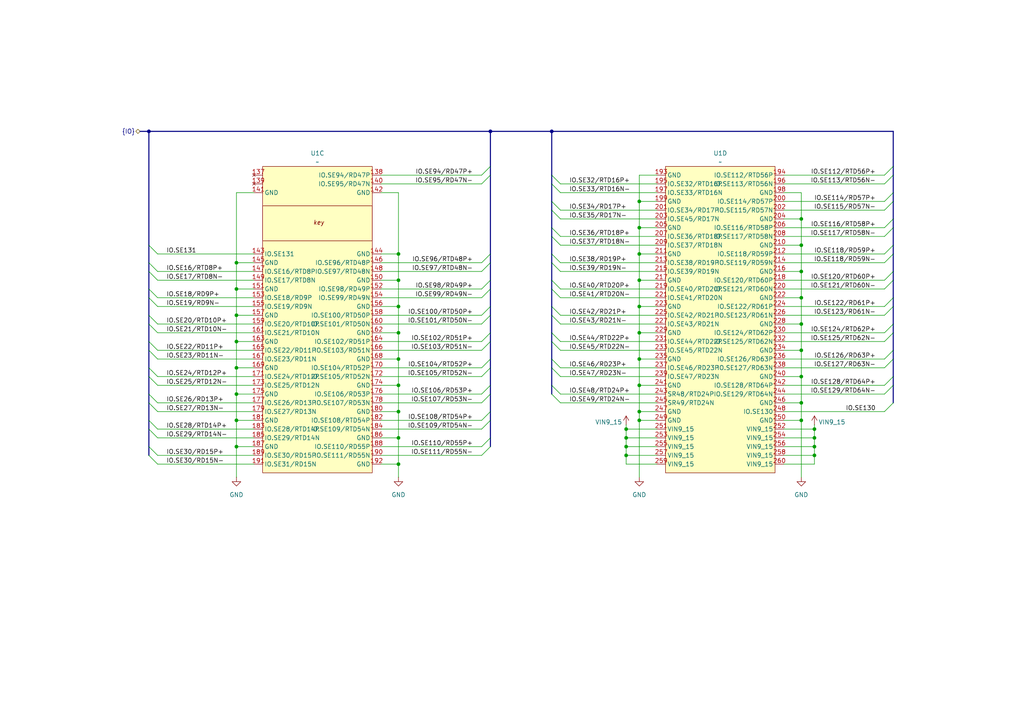
<source format=kicad_sch>
(kicad_sch (version 20231120) (generator "eeschema") (generator_version "8.0")
  (paper "A4")
  (title_block (title "${Project Designation}") (date "2024-06-30") (rev "${Revision}") (comment 1 "${Project Title}") (comment 2 "IO CONNECTOR") (comment 3 "${Part Number}"))
  (junction (at 232.41 101.6))
  (junction (at 115.57 73.66))
  (junction (at 115.57 81.28))
  (junction (at 232.41 63.5))
  (junction (at 185.42 73.66))
  (junction (at 181.61 132.08))
  (junction (at 185.42 96.52))
  (junction (at 68.58 114.3))
  (junction (at 115.57 111.76))
  (junction (at 236.22 129.54))
  (junction (at 185.42 121.92))
  (junction (at 68.58 76.2))
  (junction (at 115.57 96.52))
  (junction (at 185.42 111.76))
  (junction (at 232.41 109.22))
  (junction (at 236.22 132.08))
  (junction (at 68.58 129.54))
  (junction (at 181.61 129.54))
  (junction (at 232.41 121.92))
  (junction (at 232.41 86.36))
  (junction (at 185.42 88.9))
  (junction (at 68.58 91.44))
  (junction (at 232.41 78.74))
  (junction (at 236.22 124.46))
  (junction (at 115.57 119.38))
  (junction (at 68.58 83.82))
  (junction (at 185.42 119.38))
  (junction (at 142.24 38.1))
  (junction (at 181.61 127))
  (junction (at 185.42 58.42))
  (junction (at 160.02 38.1))
  (junction (at 43.18 38.1))
  (junction (at 68.58 99.06))
  (junction (at 185.42 104.14))
  (junction (at 115.57 104.14))
  (junction (at 115.57 88.9))
  (junction (at 68.58 106.68))
  (junction (at 185.42 81.28))
  (junction (at 236.22 127))
  (junction (at 232.41 71.12))
  (junction (at 115.57 127))
  (junction (at 181.61 124.46))
  (junction (at 185.42 66.04))
  (junction (at 232.41 93.98))
  (junction (at 115.57 134.62))
  (junction (at 68.58 121.92))
  (junction (at 232.41 116.84))
  (bus_entry (at 142.24 127) (size -2.54 2.54))
  (bus_entry (at 142.24 121.92) (size -2.54 2.54))
  (bus_entry (at 160.02 111.76) (size 2.54 2.54))
  (bus_entry (at 43.18 71.12) (size 2.54 2.54))
  (bus_entry (at 160.02 114.3) (size 2.54 2.54))
  (bus_entry (at 259.08 71.12) (size -2.54 2.54))
  (bus_entry (at 142.24 129.54) (size -2.54 2.54))
  (bus_entry (at 142.24 88.9) (size -2.54 2.54))
  (bus_entry (at 160.02 99.06) (size 2.54 2.54))
  (bus_entry (at 43.18 78.74) (size 2.54 2.54))
  (bus_entry (at 142.24 99.06) (size -2.54 2.54))
  (bus_entry (at 43.18 91.44) (size 2.54 2.54))
  (bus_entry (at 142.24 76.2) (size -2.54 2.54))
  (bus_entry (at 43.18 109.22) (size 2.54 2.54))
  (bus_entry (at 142.24 106.68) (size -2.54 2.54))
  (bus_entry (at 259.08 55.88) (size -2.54 2.54))
  (bus_entry (at 142.24 48.26) (size -2.54 2.54))
  (bus_entry (at 43.18 114.3) (size 2.54 2.54))
  (bus_entry (at 160.02 50.8) (size 2.54 2.54))
  (bus_entry (at 160.02 88.9) (size 2.54 2.54))
  (bus_entry (at 160.02 66.04) (size 2.54 2.54))
  (bus_entry (at 160.02 53.34) (size 2.54 2.54))
  (bus_entry (at 259.08 111.76) (size -2.54 2.54))
  (bus_entry (at 43.18 132.08) (size 2.54 2.54))
  (bus_entry (at 259.08 81.28) (size -2.54 2.54))
  (bus_entry (at 142.24 114.3) (size -2.54 2.54))
  (bus_entry (at 259.08 66.04) (size -2.54 2.54))
  (bus_entry (at 160.02 73.66) (size 2.54 2.54))
  (bus_entry (at 43.18 101.6) (size 2.54 2.54))
  (bus_entry (at 259.08 63.5) (size -2.54 2.54))
  (bus_entry (at 160.02 68.58) (size 2.54 2.54))
  (bus_entry (at 43.18 124.46) (size 2.54 2.54))
  (bus_entry (at 43.18 93.98) (size 2.54 2.54))
  (bus_entry (at 142.24 81.28) (size -2.54 2.54))
  (bus_entry (at 160.02 91.44) (size 2.54 2.54))
  (bus_entry (at 259.08 50.8) (size -2.54 2.54))
  (bus_entry (at 43.18 76.2) (size 2.54 2.54))
  (bus_entry (at 142.24 104.14) (size -2.54 2.54))
  (bus_entry (at 142.24 83.82) (size -2.54 2.54))
  (bus_entry (at 142.24 91.44) (size -2.54 2.54))
  (bus_entry (at 160.02 83.82) (size 2.54 2.54))
  (bus_entry (at 142.24 111.76) (size -2.54 2.54))
  (bus_entry (at 142.24 73.66) (size -2.54 2.54))
  (bus_entry (at 259.08 58.42) (size -2.54 2.54))
  (bus_entry (at 43.18 129.54) (size 2.54 2.54))
  (bus_entry (at 43.18 116.84) (size 2.54 2.54))
  (bus_entry (at 259.08 109.22) (size -2.54 2.54))
  (bus_entry (at 259.08 101.6) (size -2.54 2.54))
  (bus_entry (at 160.02 81.28) (size 2.54 2.54))
  (bus_entry (at 259.08 93.98) (size -2.54 2.54))
  (bus_entry (at 259.08 48.26) (size -2.54 2.54))
  (bus_entry (at 259.08 96.52) (size -2.54 2.54))
  (bus_entry (at 160.02 60.96) (size 2.54 2.54))
  (bus_entry (at 142.24 119.38) (size -2.54 2.54))
  (bus_entry (at 142.24 50.8) (size -2.54 2.54))
  (bus_entry (at 160.02 58.42) (size 2.54 2.54))
  (bus_entry (at 43.18 99.06) (size 2.54 2.54))
  (bus_entry (at 259.08 86.36) (size -2.54 2.54))
  (bus_entry (at 43.18 121.92) (size 2.54 2.54))
  (bus_entry (at 160.02 96.52) (size 2.54 2.54))
  (bus_entry (at 160.02 106.68) (size 2.54 2.54))
  (bus_entry (at 160.02 104.14) (size 2.54 2.54))
  (bus_entry (at 259.08 73.66) (size -2.54 2.54))
  (bus_entry (at 259.08 116.84) (size -2.54 2.54))
  (bus_entry (at 43.18 86.36) (size 2.54 2.54))
  (bus_entry (at 259.08 88.9) (size -2.54 2.54))
  (bus_entry (at 160.02 76.2) (size 2.54 2.54))
  (bus_entry (at 43.18 106.68) (size 2.54 2.54))
  (bus_entry (at 259.08 78.74) (size -2.54 2.54))
  (bus_entry (at 259.08 104.14) (size -2.54 2.54))
  (bus_entry (at 43.18 83.82) (size 2.54 2.54))
  (bus_entry (at 142.24 96.52) (size -2.54 2.54))
  (wire (pts (xy 232.41 138.43) (xy 232.41 121.92)))
  (wire (pts (xy 232.41 116.84) (xy 232.41 109.22)))
  (wire (pts (xy 110.49 73.66) (xy 115.57 73.66)))
  (bus (pts (xy 43.18 76.2) (xy 43.18 71.12)))
  (bus (pts (xy 160.02 104.14) (xy 160.02 99.06)))
  (wire (pts (xy 227.33 114.3) (xy 256.54 114.3)))
  (wire (pts (xy 232.41 55.88) (xy 227.33 55.88)))
  (bus (pts (xy 160.02 111.76) (xy 160.02 106.68)))
  (bus (pts (xy 142.24 88.9) (xy 142.24 83.82)))
  (wire (pts (xy 227.33 68.58) (xy 256.54 68.58)))
  (bus (pts (xy 160.02 114.3) (xy 160.02 111.76)))
  (wire (pts (xy 227.33 73.66) (xy 256.54 73.66)))
  (wire (pts (xy 232.41 78.74) (xy 232.41 71.12)))
  (wire (pts (xy 232.41 93.98) (xy 232.41 86.36)))
  (bus (pts (xy 142.24 114.3) (xy 142.24 111.76)))
  (wire (pts (xy 110.49 50.8) (xy 139.7 50.8)))
  (wire (pts (xy 185.42 88.9) (xy 185.42 96.52)))
  (bus (pts (xy 43.18 38.1) (xy 142.24 38.1)))
  (wire (pts (xy 45.72 104.14) (xy 73.66 104.14)))
  (bus (pts (xy 43.18 114.3) (xy 43.18 109.22)))
  (wire (pts (xy 68.58 129.54) (xy 73.66 129.54)))
  (bus (pts (xy 259.08 101.6) (xy 259.08 96.52)))
  (bus (pts (xy 142.24 38.1) (xy 160.02 38.1)))
  (bus (pts (xy 43.18 91.44) (xy 43.18 86.36)))
  (bus (pts (xy 259.08 81.28) (xy 259.08 78.74)))
  (wire (pts (xy 110.49 76.2) (xy 139.7 76.2)))
  (wire (pts (xy 68.58 83.82) (xy 68.58 76.2)))
  (bus (pts (xy 43.18 116.84) (xy 43.18 114.3)))
  (wire (pts (xy 190.5 134.62) (xy 181.61 134.62)))
  (wire (pts (xy 68.58 99.06) (xy 73.66 99.06)))
  (wire (pts (xy 45.72 119.38) (xy 73.66 119.38)))
  (wire (pts (xy 227.33 83.82) (xy 256.54 83.82)))
  (bus (pts (xy 142.24 76.2) (xy 142.24 73.66)))
  (wire (pts (xy 227.33 129.54) (xy 236.22 129.54)))
  (bus (pts (xy 160.02 68.58) (xy 160.02 66.04)))
  (wire (pts (xy 185.42 58.42) (xy 190.5 58.42)))
  (wire (pts (xy 68.58 121.92) (xy 68.58 114.3)))
  (wire (pts (xy 232.41 121.92) (xy 232.41 116.84)))
  (wire (pts (xy 227.33 66.04) (xy 256.54 66.04)))
  (wire (pts (xy 45.72 93.98) (xy 73.66 93.98)))
  (wire (pts (xy 227.33 96.52) (xy 256.54 96.52)))
  (wire (pts (xy 162.56 99.06) (xy 190.5 99.06)))
  (wire (pts (xy 68.58 106.68) (xy 73.66 106.68)))
  (bus (pts (xy 40.64 38.1) (xy 43.18 38.1)))
  (wire (pts (xy 162.56 76.2) (xy 190.5 76.2)))
  (bus (pts (xy 142.24 104.14) (xy 142.24 99.06)))
  (bus (pts (xy 43.18 71.12) (xy 43.18 38.1)))
  (bus (pts (xy 259.08 109.22) (xy 259.08 104.14)))
  (wire (pts (xy 227.33 78.74) (xy 232.41 78.74)))
  (wire (pts (xy 68.58 91.44) (xy 73.66 91.44)))
  (wire (pts (xy 236.22 132.08) (xy 236.22 129.54)))
  (bus (pts (xy 259.08 63.5) (xy 259.08 58.42)))
  (wire (pts (xy 162.56 93.98) (xy 190.5 93.98)))
  (wire (pts (xy 110.49 134.62) (xy 115.57 134.62)))
  (bus (pts (xy 43.18 78.74) (xy 43.18 76.2)))
  (wire (pts (xy 227.33 121.92) (xy 232.41 121.92)))
  (wire (pts (xy 110.49 99.06) (xy 139.7 99.06)))
  (wire (pts (xy 110.49 127) (xy 115.57 127)))
  (wire (pts (xy 110.49 129.54) (xy 139.7 129.54)))
  (wire (pts (xy 162.56 83.82) (xy 190.5 83.82)))
  (wire (pts (xy 110.49 106.68) (xy 139.7 106.68)))
  (wire (pts (xy 45.72 127) (xy 73.66 127)))
  (wire (pts (xy 68.58 138.43) (xy 68.58 129.54)))
  (bus (pts (xy 142.24 73.66) (xy 142.24 50.8)))
  (wire (pts (xy 185.42 96.52) (xy 185.42 104.14)))
  (wire (pts (xy 45.72 132.08) (xy 73.66 132.08)))
  (bus (pts (xy 43.18 106.68) (xy 43.18 101.6)))
  (bus (pts (xy 160.02 96.52) (xy 160.02 91.44)))
  (bus (pts (xy 142.24 91.44) (xy 142.24 88.9)))
  (wire (pts (xy 115.57 134.62) (xy 115.57 138.43)))
  (wire (pts (xy 162.56 60.96) (xy 190.5 60.96)))
  (wire (pts (xy 115.57 96.52) (xy 115.57 104.14)))
  (bus (pts (xy 160.02 88.9) (xy 160.02 83.82)))
  (wire (pts (xy 68.58 76.2) (xy 73.66 76.2)))
  (wire (pts (xy 110.49 121.92) (xy 139.7 121.92)))
  (bus (pts (xy 259.08 96.52) (xy 259.08 93.98)))
  (wire (pts (xy 227.33 127) (xy 236.22 127)))
  (wire (pts (xy 68.58 83.82) (xy 73.66 83.82)))
  (bus (pts (xy 259.08 86.36) (xy 259.08 81.28)))
  (bus (pts (xy 259.08 78.74) (xy 259.08 73.66)))
  (wire (pts (xy 110.49 132.08) (xy 139.7 132.08)))
  (wire (pts (xy 181.61 132.08) (xy 190.5 132.08)))
  (wire (pts (xy 227.33 93.98) (xy 232.41 93.98)))
  (wire (pts (xy 227.33 63.5) (xy 232.41 63.5)))
  (wire (pts (xy 45.72 96.52) (xy 73.66 96.52)))
  (wire (pts (xy 45.72 134.62) (xy 73.66 134.62)))
  (bus (pts (xy 43.18 132.08) (xy 43.18 129.54)))
  (wire (pts (xy 185.42 66.04) (xy 185.42 73.66)))
  (wire (pts (xy 236.22 129.54) (xy 236.22 127)))
  (bus (pts (xy 160.02 50.8) (xy 160.02 38.1)))
  (wire (pts (xy 227.33 134.62) (xy 236.22 134.62)))
  (wire (pts (xy 227.33 76.2) (xy 256.54 76.2)))
  (wire (pts (xy 227.33 101.6) (xy 232.41 101.6)))
  (wire (pts (xy 110.49 53.34) (xy 139.7 53.34)))
  (wire (pts (xy 68.58 106.68) (xy 68.58 99.06)))
  (wire (pts (xy 227.33 86.36) (xy 232.41 86.36)))
  (wire (pts (xy 45.72 101.6) (xy 73.66 101.6)))
  (wire (pts (xy 227.33 119.38) (xy 256.54 119.38)))
  (wire (pts (xy 110.49 55.88) (xy 115.57 55.88)))
  (bus (pts (xy 43.18 129.54) (xy 43.18 124.46)))
  (wire (pts (xy 227.33 104.14) (xy 256.54 104.14)))
  (wire (pts (xy 115.57 88.9) (xy 115.57 96.52)))
  (wire (pts (xy 227.33 99.06) (xy 256.54 99.06)))
  (wire (pts (xy 181.61 129.54) (xy 181.61 127)))
  (wire (pts (xy 227.33 109.22) (xy 232.41 109.22)))
  (bus (pts (xy 259.08 88.9) (xy 259.08 86.36)))
  (wire (pts (xy 110.49 101.6) (xy 139.7 101.6)))
  (wire (pts (xy 227.33 53.34) (xy 256.54 53.34)))
  (wire (pts (xy 162.56 53.34) (xy 190.5 53.34)))
  (wire (pts (xy 162.56 114.3) (xy 190.5 114.3)))
  (wire (pts (xy 45.72 111.76) (xy 73.66 111.76)))
  (wire (pts (xy 162.56 55.88) (xy 190.5 55.88)))
  (wire (pts (xy 227.33 81.28) (xy 256.54 81.28)))
  (bus (pts (xy 142.24 127) (xy 142.24 121.92)))
  (wire (pts (xy 110.49 86.36) (xy 139.7 86.36)))
  (wire (pts (xy 45.72 88.9) (xy 73.66 88.9)))
  (wire (pts (xy 115.57 81.28) (xy 115.57 88.9)))
  (wire (pts (xy 236.22 127) (xy 236.22 124.46)))
  (wire (pts (xy 185.42 96.52) (xy 190.5 96.52)))
  (wire (pts (xy 181.61 134.62) (xy 181.61 132.08)))
  (wire (pts (xy 68.58 121.92) (xy 73.66 121.92)))
  (wire (pts (xy 162.56 91.44) (xy 190.5 91.44)))
  (wire (pts (xy 45.72 73.66) (xy 73.66 73.66)))
  (wire (pts (xy 232.41 63.5) (xy 232.41 55.88)))
  (bus (pts (xy 142.24 106.68) (xy 142.24 104.14)))
  (wire (pts (xy 162.56 63.5) (xy 190.5 63.5)))
  (wire (pts (xy 162.56 116.84) (xy 190.5 116.84)))
  (wire (pts (xy 110.49 124.46) (xy 139.7 124.46)))
  (wire (pts (xy 68.58 55.88) (xy 73.66 55.88)))
  (bus (pts (xy 160.02 60.96) (xy 160.02 58.42)))
  (wire (pts (xy 185.42 66.04) (xy 190.5 66.04)))
  (bus (pts (xy 160.02 38.1) (xy 259.08 38.1)))
  (wire (pts (xy 185.42 50.8) (xy 185.42 58.42)))
  (wire (pts (xy 110.49 96.52) (xy 115.57 96.52)))
  (wire (pts (xy 227.33 116.84) (xy 232.41 116.84)))
  (bus (pts (xy 160.02 73.66) (xy 160.02 68.58)))
  (bus (pts (xy 259.08 116.84) (xy 259.08 111.76)))
  (wire (pts (xy 68.58 114.3) (xy 73.66 114.3)))
  (bus (pts (xy 160.02 76.2) (xy 160.02 73.66)))
  (wire (pts (xy 232.41 71.12) (xy 232.41 63.5)))
  (bus (pts (xy 160.02 106.68) (xy 160.02 104.14)))
  (bus (pts (xy 142.24 129.54) (xy 142.24 127)))
  (bus (pts (xy 160.02 53.34) (xy 160.02 50.8)))
  (wire (pts (xy 115.57 55.88) (xy 115.57 73.66)))
  (wire (pts (xy 190.5 50.8) (xy 185.42 50.8)))
  (wire (pts (xy 162.56 68.58) (xy 190.5 68.58)))
  (wire (pts (xy 110.49 91.44) (xy 139.7 91.44)))
  (bus (pts (xy 142.24 119.38) (xy 142.24 114.3)))
  (bus (pts (xy 142.24 50.8) (xy 142.24 48.26)))
  (wire (pts (xy 45.72 86.36) (xy 73.66 86.36)))
  (bus (pts (xy 259.08 111.76) (xy 259.08 109.22)))
  (wire (pts (xy 227.33 111.76) (xy 256.54 111.76)))
  (wire (pts (xy 68.58 114.3) (xy 68.58 106.68)))
  (wire (pts (xy 45.72 124.46) (xy 73.66 124.46)))
  (bus (pts (xy 43.18 121.92) (xy 43.18 116.84)))
  (wire (pts (xy 185.42 58.42) (xy 185.42 66.04)))
  (bus (pts (xy 43.18 124.46) (xy 43.18 121.92)))
  (wire (pts (xy 190.5 124.46) (xy 181.61 124.46)))
  (wire (pts (xy 162.56 71.12) (xy 190.5 71.12)))
  (wire (pts (xy 110.49 104.14) (xy 115.57 104.14)))
  (bus (pts (xy 142.24 81.28) (xy 142.24 76.2)))
  (wire (pts (xy 227.33 50.8) (xy 256.54 50.8)))
  (wire (pts (xy 185.42 119.38) (xy 190.5 119.38)))
  (wire (pts (xy 162.56 106.68) (xy 190.5 106.68)))
  (wire (pts (xy 227.33 88.9) (xy 256.54 88.9)))
  (wire (pts (xy 110.49 111.76) (xy 115.57 111.76)))
  (wire (pts (xy 232.41 109.22) (xy 232.41 101.6)))
  (wire (pts (xy 110.49 78.74) (xy 139.7 78.74)))
  (bus (pts (xy 160.02 58.42) (xy 160.02 53.34)))
  (bus (pts (xy 142.24 48.26) (xy 142.24 38.1)))
  (wire (pts (xy 185.42 104.14) (xy 190.5 104.14)))
  (wire (pts (xy 185.42 88.9) (xy 190.5 88.9)))
  (wire (pts (xy 162.56 86.36) (xy 190.5 86.36)))
  (bus (pts (xy 160.02 99.06) (xy 160.02 96.52)))
  (wire (pts (xy 185.42 81.28) (xy 190.5 81.28)))
  (wire (pts (xy 110.49 88.9) (xy 115.57 88.9)))
  (wire (pts (xy 110.49 114.3) (xy 139.7 114.3)))
  (bus (pts (xy 43.18 101.6) (xy 43.18 99.06)))
  (wire (pts (xy 68.58 91.44) (xy 68.58 83.82)))
  (bus (pts (xy 43.18 86.36) (xy 43.18 83.82)))
  (bus (pts (xy 259.08 104.14) (xy 259.08 101.6)))
  (wire (pts (xy 45.72 109.22) (xy 73.66 109.22)))
  (wire (pts (xy 115.57 127) (xy 115.57 134.62)))
  (wire (pts (xy 236.22 132.08) (xy 227.33 132.08)))
  (bus (pts (xy 259.08 71.12) (xy 259.08 66.04)))
  (wire (pts (xy 190.5 127) (xy 181.61 127)))
  (wire (pts (xy 185.42 111.76) (xy 185.42 119.38)))
  (bus (pts (xy 142.24 96.52) (xy 142.24 91.44)))
  (wire (pts (xy 227.33 91.44) (xy 256.54 91.44)))
  (wire (pts (xy 185.42 121.92) (xy 190.5 121.92)))
  (wire (pts (xy 162.56 78.74) (xy 190.5 78.74)))
  (bus (pts (xy 43.18 109.22) (xy 43.18 106.68)))
  (wire (pts (xy 236.22 134.62) (xy 236.22 132.08)))
  (wire (pts (xy 185.42 119.38) (xy 185.42 121.92)))
  (bus (pts (xy 142.24 121.92) (xy 142.24 119.38)))
  (wire (pts (xy 68.58 76.2) (xy 68.58 55.88)))
  (wire (pts (xy 110.49 119.38) (xy 115.57 119.38)))
  (wire (pts (xy 227.33 71.12) (xy 232.41 71.12)))
  (wire (pts (xy 110.49 93.98) (xy 139.7 93.98)))
  (bus (pts (xy 43.18 99.06) (xy 43.18 93.98)))
  (wire (pts (xy 115.57 111.76) (xy 115.57 119.38)))
  (wire (pts (xy 185.42 104.14) (xy 185.42 111.76)))
  (wire (pts (xy 110.49 109.22) (xy 139.7 109.22)))
  (bus (pts (xy 43.18 83.82) (xy 43.18 78.74)))
  (wire (pts (xy 236.22 124.46) (xy 236.22 123.19)))
  (wire (pts (xy 110.49 83.82) (xy 139.7 83.82)))
  (wire (pts (xy 110.49 116.84) (xy 139.7 116.84)))
  (wire (pts (xy 45.72 81.28) (xy 73.66 81.28)))
  (wire (pts (xy 227.33 60.96) (xy 256.54 60.96)))
  (wire (pts (xy 68.58 99.06) (xy 68.58 91.44)))
  (bus (pts (xy 259.08 48.26) (xy 259.08 38.1)))
  (wire (pts (xy 232.41 101.6) (xy 232.41 93.98)))
  (bus (pts (xy 142.24 111.76) (xy 142.24 106.68)))
  (wire (pts (xy 227.33 124.46) (xy 236.22 124.46)))
  (bus (pts (xy 259.08 58.42) (xy 259.08 55.88)))
  (wire (pts (xy 115.57 73.66) (xy 115.57 81.28)))
  (wire (pts (xy 227.33 106.68) (xy 256.54 106.68)))
  (wire (pts (xy 232.41 86.36) (xy 232.41 78.74)))
  (wire (pts (xy 162.56 101.6) (xy 190.5 101.6)))
  (bus (pts (xy 43.18 93.98) (xy 43.18 91.44)))
  (bus (pts (xy 259.08 55.88) (xy 259.08 50.8)))
  (wire (pts (xy 181.61 132.08) (xy 181.61 129.54)))
  (wire (pts (xy 185.42 121.92) (xy 185.42 138.43)))
  (wire (pts (xy 181.61 124.46) (xy 181.61 123.19)))
  (wire (pts (xy 68.58 129.54) (xy 68.58 121.92)))
  (bus (pts (xy 259.08 73.66) (xy 259.08 71.12)))
  (bus (pts (xy 160.02 81.28) (xy 160.02 76.2)))
  (wire (pts (xy 162.56 109.22) (xy 190.5 109.22)))
  (wire (pts (xy 115.57 119.38) (xy 115.57 127)))
  (bus (pts (xy 160.02 91.44) (xy 160.02 88.9)))
  (bus (pts (xy 142.24 99.06) (xy 142.24 96.52)))
  (bus (pts (xy 160.02 83.82) (xy 160.02 81.28)))
  (bus (pts (xy 259.08 50.8) (xy 259.08 48.26)))
  (bus (pts (xy 259.08 93.98) (xy 259.08 88.9)))
  (wire (pts (xy 115.57 104.14) (xy 115.57 111.76)))
  (wire (pts (xy 190.5 129.54) (xy 181.61 129.54)))
  (bus (pts (xy 160.02 66.04) (xy 160.02 60.96)))
  (wire (pts (xy 45.72 78.74) (xy 73.66 78.74)))
  (bus (pts (xy 259.08 66.04) (xy 259.08 63.5)))
  (wire (pts (xy 185.42 81.28) (xy 185.42 88.9)))
  (wire (pts (xy 185.42 73.66) (xy 190.5 73.66)))
  (wire (pts (xy 185.42 111.76) (xy 190.5 111.76)))
  (wire (pts (xy 181.61 127) (xy 181.61 124.46)))
  (wire (pts (xy 45.72 116.84) (xy 73.66 116.84)))
  (bus (pts (xy 142.24 83.82) (xy 142.24 81.28)))
  (wire (pts (xy 185.42 73.66) (xy 185.42 81.28)))
  (wire (pts (xy 227.33 58.42) (xy 256.54 58.42)))
  (wire (pts (xy 110.49 81.28) (xy 115.57 81.28)))
  (label "IO.SE117{slash}RTD58N-" (at 254 68.58 180))
  (label "IO.SE48{slash}RTD24P+" (at 165.1 114.3 0))
  (label "IO.SE123{slash}RD61N-" (at 254 91.44 180))
  (label "IO.SE102{slash}RD51P+" (at 137.16 99.06 180))
  (label "IO.SE98{slash}RD49P+" (at 137.16 83.82 180))
  (label "IO.SE17{slash}RTD8N-" (at 48.26 81.28 0))
  (label "IO.SE29{slash}RTD14N-" (at 48.26 127 0))
  (label "IO.SE100{slash}RTD50P+" (at 137.16 91.44 180))
  (label "IO.SE113{slash}RTD56N-" (at 254 53.34 180))
  (label "IO.SE110{slash}RD55P+" (at 137.16 129.54 180))
  (label "IO.SE16{slash}RTD8P+" (at 48.26 78.74 0))
  (label "IO.SE28{slash}RTD14P+" (at 48.26 124.46 0))
  (label "IO.SE40{slash}RTD20P+" (at 165.1 83.82 0))
  (label "IO.SE128{slash}RTD64P+" (at 254 111.76 180))
  (label "IO.SE30{slash}RD15N-" (at 48.26 134.62 0))
  (label "IO.SE112{slash}RTD56P+" (at 254 50.8 180))
  (label "IO.SE129{slash}RTD64N-" (at 254 114.3 180))
  (label "IO.SE35{slash}RD17N-" (at 165.1 63.5 0))
  (label "IO.SE38{slash}RD19P+" (at 165.1 76.2 0))
  (label "IO.SE36{slash}RTD18P+" (at 165.1 68.58 0))
  (label "IO.SE125{slash}RTD62N-" (at 254 99.06 180))
  (label "IO.SE23{slash}RD11N-" (at 48.26 104.14 0))
  (label "IO.SE95{slash}RD47N-" (at 137.16 53.34 180))
  (label "IO.SE109{slash}RTD54N-" (at 137.16 124.46 180))
  (label "IO.SE126{slash}RD63P+" (at 254 104.14 180))
  (label "IO.SE103{slash}RD51N-" (at 137.16 101.6 180))
  (label "IO.SE26{slash}RD13P+" (at 48.26 116.84 0))
  (label "IO.SE130" (at 254 119.38 180))
  (label "IO.SE44{slash}RTD22P+" (at 165.1 99.06 0))
  (label "IO.SE47{slash}RD23N-" (at 165.1 109.22 0))
  (label "IO.SE46{slash}RD23P+" (at 165.1 106.68 0))
  (label "IO.SE27{slash}RD13N-" (at 48.26 119.38 0))
  (label "IO.SE42{slash}RD21P+" (at 165.1 91.44 0))
  (label "IO.SE43{slash}RD21N-" (at 165.1 93.98 0))
  (label "IO.SE122{slash}RD61P+" (at 254 88.9 180))
  (label "IO.SE124{slash}RTD62P+" (at 254 96.52 180))
  (label "IO.SE127{slash}RD63N-" (at 254 106.68 180))
  (label "IO.SE118{slash}RD59P+" (at 254 73.66 180))
  (label "IO.SE33{slash}RTD16N-" (at 165.1 55.88 0))
  (label "IO.SE99{slash}RD49N-" (at 137.16 86.36 180))
  (label "IO.SE105{slash}RTD52N-" (at 137.16 109.22 180))
  (label "IO.SE37{slash}RTD18N-" (at 165.1 71.12 0))
  (label "IO.SE131" (at 48.26 73.66 0))
  (label "IO.SE121{slash}RTD60N-" (at 254 83.82 180))
  (label "IO.SE22{slash}RD11P+" (at 48.26 101.6 0))
  (label "IO.SE97{slash}RTD48N-" (at 137.16 78.74 180))
  (label "IO.SE49{slash}RTD24N-" (at 165.1 116.84 0))
  (label "IO.SE34{slash}RD17P+" (at 165.1 60.96 0))
  (label "IO.SE111{slash}RD55N-" (at 137.16 132.08 180))
  (label "IO.SE25{slash}RTD12N-" (at 48.26 111.76 0))
  (label "IO.SE94{slash}RD47P+" (at 137.16 50.8 180))
  (label "IO.SE101{slash}RTD50N-" (at 137.16 93.98 180))
  (label "IO.SE120{slash}RTD60P+" (at 254 81.28 180))
  (label "IO.SE39{slash}RD19N-" (at 165.1 78.74 0))
  (label "IO.SE20{slash}RTD10P+" (at 48.26 93.98 0))
  (label "IO.SE114{slash}RD57P+" (at 254 58.42 180))
  (label "IO.SE45{slash}RTD22N-" (at 165.1 101.6 0))
  (label "IO.SE108{slash}RTD54P+" (at 137.16 121.92 180))
  (label "IO.SE107{slash}RD53N-" (at 137.16 116.84 180))
  (label "IO.SE21{slash}RTD10N-" (at 48.26 96.52 0))
  (label "IO.SE41{slash}RTD20N-" (at 165.1 86.36 0))
  (label "IO.SE32{slash}RTD16P+" (at 165.1 53.34 0))
  (label "IO.SE24{slash}RTD12P+" (at 48.26 109.22 0))
  (label "IO.SE96{slash}RTD48P+" (at 137.16 76.2 180))
  (label "IO.SE115{slash}RD57N-" (at 254 60.96 180))
  (label "IO.SE106{slash}RD53P+" (at 137.16 114.3 180))
  (label "IO.SE18{slash}RD9P+" (at 48.26 86.36 0))
  (label "IO.SE116{slash}RTD58P+" (at 254 66.04 180))
  (label "IO.SE118{slash}RD59N-" (at 254 76.2 180))
  (label "IO.SE30{slash}RD15P+" (at 48.26 132.08 0))
  (label "IO.SE19{slash}RD9N-" (at 48.26 88.9 0))
  (label "IO.SE104{slash}RTD52P+" (at 137.16 106.68 180))
  (hierarchical_label "{IO}" (shape bidirectional) (at 40.64 38.1 180))
  (symbol (lib_id "ECAP5-BSOM:IO_CONN") (at 209.55 92.71 0) (unit 4) (in_bom no)
    (property "Reference" "U1" (at 208.915 44.45 0))
    (property "Value" "~" (at 208.915 46.99 0))
  )
  (symbol (lib_id "power:GND") (at 115.57 138.43 0) (unit 1)
    (property "Reference" "#PWR033" (effects (hide yes)))
    (property "Value" "GND" (at 115.57 143.51 0))
    (property "Description" "Power symbol creates a global label with name \"GND\" , ground" (effects (hide yes)))
  )
  (symbol (lib_id "ECAP5-BSOM:VIN9_15") (at 181.61 123.19 0) (unit 1)
    (property "Reference" "#PWR034" (effects (hide yes)))
    (property "Value" "VIN9_15" (at 176.53 122.428 0))
    (property "Description" "Power symbol creates a global label with name \"VIN9_15\"" (effects (hide yes)))
  )
  (symbol (lib_name "IO_CONN_1") (lib_id "ECAP5-BSOM:IO_CONN") (at 92.71 92.71 0) (unit 3) (in_bom no)
    (property "Reference" "U1" (at 92.075 44.45 0))
    (property "Value" "~" (at 92.075 46.99 0))
  )
  (symbol (lib_id "power:GND") (at 232.41 138.43 0) (unit 1)
    (property "Reference" "#PWR036" (effects (hide yes)))
    (property "Value" "GND" (at 232.41 143.51 0))
    (property "Description" "Power symbol creates a global label with name \"GND\" , ground" (effects (hide yes)))
  )
  (symbol (lib_id "power:GND") (at 68.58 138.43 0) (unit 1)
    (property "Reference" "#PWR030" (effects (hide yes)))
    (property "Value" "GND" (at 68.58 143.51 0))
    (property "Description" "Power symbol creates a global label with name \"GND\" , ground" (effects (hide yes)))
  )
  (symbol (lib_id "ECAP5-BSOM:VIN9_15") (at 236.22 123.19 0) (mirror y) (unit 1)
    (property "Reference" "#PWR039" (effects (hide yes)))
    (property "Value" "VIN9_15" (at 241.3 122.428 0))
    (property "Description" "Power symbol creates a global label with name \"VIN9_15\"" (effects (hide yes)))
  )
  (symbol (lib_id "power:GND") (at 185.42 138.43 0) (unit 1)
    (property "Reference" "#PWR035" (effects (hide yes)))
    (property "Value" "GND" (at 185.42 143.51 0))
    (property "Description" "Power symbol creates a global label with name \"GND\" , ground" (effects (hide yes)))
  )
)
</source>
